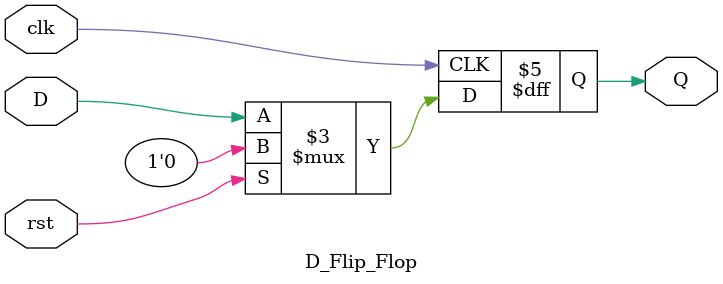
<source format=v>


`timescale 1ns / 1ps

// Module for D Flip Flop (takes in three 1-bit binary inputs
// "clk", "rst", and "D" as inputs; and outputs a two 1-bit binary outputs
// "Q" and "Q_bar")

// The D Flip Flop is active only at the negative edge of the Clock (clk)
// and can be reset to 0 synchronously by putting the rst bit to 1.

module D_Flip_Flop(clk, rst, D, Q);
	input wire clk, rst, D; // Input wires clk, rst, and D
	output reg Q; 	// Outputs Q
	
	// The always block's is active either at the positive edge of the clock or when the reset bit is 1
	always @(negedge clk)
	begin
		// If reset bit is 1 then set Q to 0
		if(rst)
			begin
				Q <= 1'b0;
			end
		// Else set Q to D 
		else
			begin
				Q <= D;
			end
	end
endmodule

</source>
